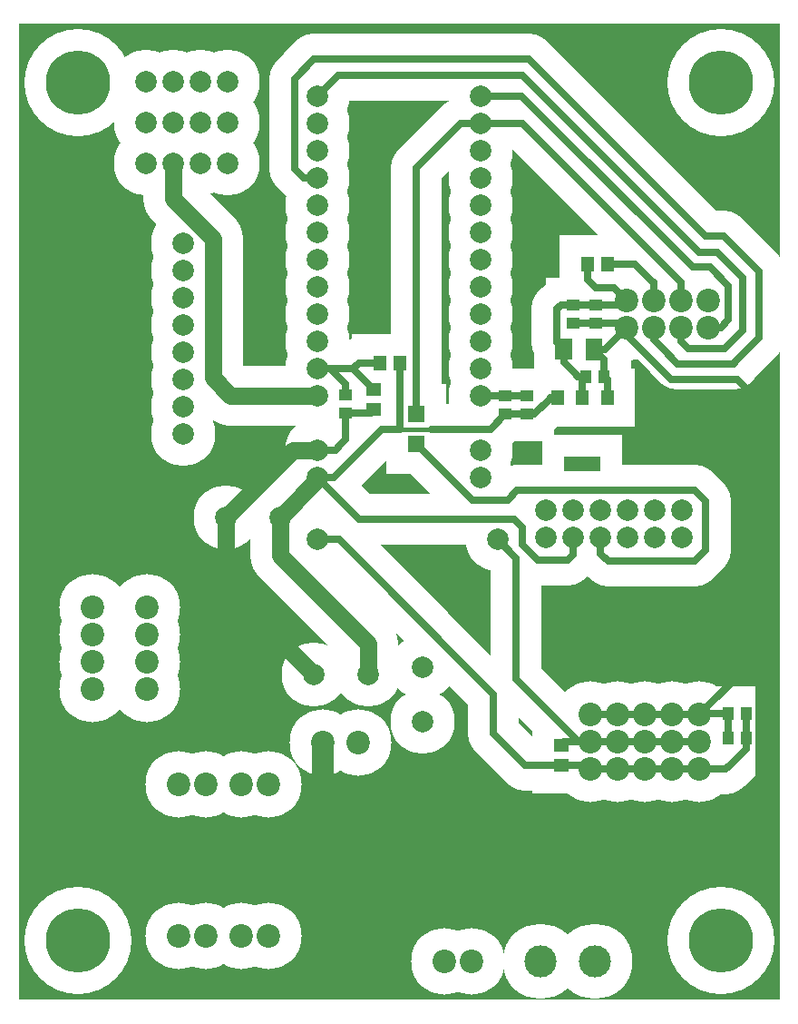
<source format=gbr>
%FSLAX34Y34*%
%MOMM*%
%LNCOPPER_TOP*%
G71*
G01*
%ADD10C, 6.00*%
%ADD11R, 5.20X5.10*%
%ADD12C, 6.20*%
%ADD13C, 6.20*%
%ADD14R, 5.60X6.00*%
%ADD15C, 4.70*%
%ADD16R, 5.20X5.40*%
%ADD17R, 7.50X5.40*%
%ADD18R, 5.10X5.20*%
%ADD19C, 6.00*%
%ADD20C, 7.00*%
%ADD21C, 5.60*%
%ADD22C, 1.60*%
%ADD23C, 10.00*%
%ADD24R, 5.40X5.30*%
%ADD25C, 0.70*%
%ADD26R, 5.60X5.60*%
%ADD27C, 4.40*%
%ADD28R, 5.30X5.40*%
%ADD29C, 2.00*%
%ADD30C, 2.00*%
%ADD31R, 1.20X1.10*%
%ADD32C, 2.20*%
%ADD33C, 2.20*%
%ADD34R, 1.60X2.00*%
%ADD35R, 1.20X1.40*%
%ADD36R, 3.50X1.40*%
%ADD37R, 1.10X1.20*%
%ADD38C, 2.00*%
%ADD39C, 3.00*%
%ADD40C, 6.00*%
%ADD41R, 1.40X1.30*%
%ADD42R, 1.60X1.60*%
%ADD43C, 0.40*%
%ADD44R, 1.30X1.40*%
%LPD*%
G36*
X0Y1000000D02*
X710000Y1000000D01*
X710000Y90000D01*
X0Y90000D01*
X0Y1000000D01*
G37*
%LPC*%
X431200Y932691D02*
G54D10*
D03*
X431200Y907291D02*
G54D10*
D03*
X431200Y881891D02*
G54D10*
D03*
X431200Y856491D02*
G54D10*
D03*
X431200Y831091D02*
G54D10*
D03*
X431200Y805691D02*
G54D10*
D03*
X431200Y780291D02*
G54D10*
D03*
X431200Y754891D02*
G54D10*
D03*
X431200Y729491D02*
G54D10*
D03*
X431200Y704091D02*
G54D10*
D03*
X431200Y678691D02*
G54D10*
D03*
X431200Y653291D02*
G54D10*
D03*
X431200Y602491D02*
G54D10*
D03*
X431200Y577091D02*
G54D10*
D03*
X278800Y932691D02*
G54D10*
D03*
X278800Y907291D02*
G54D10*
D03*
X278800Y881891D02*
G54D10*
D03*
X278800Y856491D02*
G54D10*
D03*
X278800Y831091D02*
G54D10*
D03*
X278800Y805691D02*
G54D10*
D03*
X278800Y780291D02*
G54D10*
D03*
X278800Y754891D02*
G54D10*
D03*
X278800Y729491D02*
G54D10*
D03*
X278800Y704091D02*
G54D10*
D03*
X278800Y678691D02*
G54D10*
D03*
X278800Y653291D02*
G54D10*
D03*
X278800Y602491D02*
G54D10*
D03*
X278800Y577091D02*
G54D10*
D03*
X474200Y653291D02*
G54D11*
D03*
X474200Y636291D02*
G54D11*
D03*
X517700Y738200D02*
G54D11*
D03*
X517700Y721200D02*
G54D11*
D03*
X396700Y125400D02*
G54D12*
D03*
X422100Y125400D02*
G54D12*
D03*
X567000Y742400D02*
G54D13*
D03*
X592400Y742400D02*
G54D13*
D03*
X617800Y742400D02*
G54D13*
D03*
X643200Y742400D02*
G54D13*
D03*
X643200Y717000D02*
G54D13*
D03*
X617800Y717000D02*
G54D13*
D03*
X592400Y717000D02*
G54D13*
D03*
X567000Y717000D02*
G54D13*
D03*
X538700Y738200D02*
G54D11*
D03*
X538700Y721200D02*
G54D11*
D03*
G36*
X480700Y726700D02*
X536700Y726700D01*
X536700Y666700D01*
X480700Y666700D01*
X480700Y726700D01*
G37*
X536700Y696700D02*
G54D14*
D03*
G54D15*
X517700Y721200D02*
X562800Y721200D01*
X567000Y717000D01*
G54D15*
X517700Y738200D02*
X562800Y738200D01*
X567000Y742400D01*
G54D15*
X536700Y696700D02*
X546700Y696700D01*
X567000Y717000D01*
G54D15*
X502000Y710000D02*
X502000Y703400D01*
X508700Y696700D01*
G54D15*
X502000Y710000D02*
X502000Y734000D01*
X506000Y738000D01*
G54D15*
X517700Y738200D02*
X506200Y738200D01*
X506000Y738000D01*
X549200Y651291D02*
G54D16*
D03*
X526200Y651291D02*
G54D16*
D03*
X503200Y651291D02*
G54D16*
D03*
X526200Y589291D02*
G54D17*
D03*
X529200Y671291D02*
G54D18*
D03*
X546200Y671291D02*
G54D18*
D03*
G54D15*
X278800Y577091D02*
X294091Y577091D01*
X319491Y602491D01*
X454200Y653291D02*
G54D11*
D03*
X454200Y636291D02*
G54D11*
D03*
G54D15*
X356000Y622000D02*
X339000Y622000D01*
X319491Y602491D01*
G54D15*
X549200Y651291D02*
X549200Y668291D01*
X546200Y671291D01*
X546200Y687200D01*
X536700Y696700D01*
G54D15*
X526200Y651291D02*
X526200Y668291D01*
X529200Y671291D01*
G54D15*
X508700Y696700D02*
X508700Y684300D01*
X519000Y674000D01*
G54D15*
X529200Y671291D02*
X521709Y671291D01*
X519000Y674000D01*
G54D15*
X431200Y653291D02*
X474200Y653291D01*
G54D15*
X429000Y622000D02*
X439909Y622000D01*
X454200Y636291D01*
X474200Y636291D01*
G54D15*
X474200Y636291D02*
X481291Y636291D01*
X495000Y650000D01*
G54D15*
X503200Y651291D02*
X496291Y651291D01*
X495000Y650000D01*
G54D15*
X431200Y907291D02*
X469709Y907291D01*
X616000Y761000D01*
G54D15*
X617800Y742400D02*
X617800Y759200D01*
X616000Y761000D01*
G54D15*
X643200Y717000D02*
X655000Y717000D01*
X662000Y724000D01*
X662000Y756000D01*
X645000Y773000D01*
X629000Y773000D01*
X477000Y925000D01*
G54D15*
X431200Y932691D02*
X469309Y932691D01*
X477000Y925000D01*
G54D15*
X431000Y952000D02*
X298109Y952000D01*
X278800Y932691D01*
G54D15*
X431000Y952000D02*
X470000Y952000D01*
X635000Y787000D01*
X652000Y787000D01*
X676000Y763000D01*
X676000Y714000D01*
X659000Y697000D01*
X625000Y697000D01*
X618000Y704000D01*
G54D15*
X617800Y717000D02*
X617800Y704200D01*
X618000Y704000D01*
G54D15*
X278800Y856491D02*
X265509Y856491D01*
X257000Y865000D01*
X257000Y949000D01*
X275000Y967000D01*
X476000Y967000D01*
X641000Y802000D01*
X658000Y802000D01*
X691000Y769000D01*
X691000Y707000D01*
X670000Y686000D01*
G54D15*
X650000Y683000D02*
X667000Y683000D01*
X670000Y686000D01*
G54D15*
X650000Y683000D02*
X615000Y683000D01*
X600000Y698000D01*
G54D15*
X592400Y717000D02*
X592400Y705600D01*
X600000Y698000D01*
X148900Y291000D02*
G54D13*
D03*
X174300Y291000D02*
G54D13*
D03*
X207300Y291000D02*
G54D13*
D03*
X232700Y291000D02*
G54D13*
D03*
X316900Y330000D02*
G54D13*
D03*
X283900Y330000D02*
G54D13*
D03*
X148900Y149000D02*
G54D13*
D03*
X174300Y149000D02*
G54D13*
D03*
X207300Y149000D02*
G54D13*
D03*
X232700Y149000D02*
G54D13*
D03*
X275217Y392999D02*
G54D19*
D03*
X326017Y392999D02*
G54D19*
D03*
X376508Y400290D02*
G54D19*
D03*
X376508Y349490D02*
G54D19*
D03*
X487100Y125400D02*
G54D20*
D03*
X537900Y125400D02*
G54D20*
D03*
X118800Y945800D02*
G54D10*
D03*
X144200Y945800D02*
G54D10*
D03*
X169600Y945800D02*
G54D10*
D03*
X195000Y945800D02*
G54D10*
D03*
X195000Y907700D02*
G54D10*
D03*
X169600Y907700D02*
G54D10*
D03*
X144200Y907700D02*
G54D10*
D03*
X118800Y907700D02*
G54D10*
D03*
X118800Y869600D02*
G54D10*
D03*
X144200Y869600D02*
G54D10*
D03*
X169600Y869600D02*
G54D10*
D03*
X195000Y869600D02*
G54D10*
D03*
X153000Y795000D02*
G54D10*
D03*
X153000Y769600D02*
G54D10*
D03*
X153000Y744200D02*
G54D10*
D03*
X153000Y718800D02*
G54D10*
D03*
X153000Y693400D02*
G54D10*
D03*
X153000Y668000D02*
G54D10*
D03*
X153000Y642600D02*
G54D10*
D03*
X153000Y617200D02*
G54D10*
D03*
G54D21*
X243800Y504200D02*
X326017Y421983D01*
X326017Y392999D01*
X193000Y540091D02*
G54D19*
D03*
X243800Y540091D02*
G54D19*
D03*
G54D22*
X193000Y540091D02*
X193000Y475216D01*
X275217Y392999D01*
G54D22*
X278800Y602491D02*
X255400Y602491D01*
X193000Y540091D01*
G54D21*
X278800Y577091D02*
X278800Y575091D01*
X243800Y540091D01*
G54D21*
X243800Y540091D02*
X243800Y504200D01*
X278800Y469200D01*
G54D15*
X326017Y392999D02*
X326017Y421983D01*
X308000Y440000D01*
G54D21*
X144200Y869600D02*
X144200Y836800D01*
X181000Y800000D01*
X181000Y670000D01*
X196000Y655000D01*
G54D21*
X278800Y653291D02*
X197709Y653291D01*
X196000Y655000D01*
X55000Y945000D02*
G54D23*
D03*
X655000Y945000D02*
G54D23*
D03*
X655000Y145000D02*
G54D23*
D03*
G54D21*
X144200Y869600D02*
X144200Y836800D01*
X157000Y824000D01*
X635000Y355600D02*
G54D13*
D03*
X635000Y330200D02*
G54D13*
D03*
X635000Y304800D02*
G54D13*
D03*
X609600Y304800D02*
G54D13*
D03*
X609600Y355600D02*
G54D13*
D03*
X609600Y330200D02*
G54D13*
D03*
X584200Y304800D02*
G54D13*
D03*
X584200Y330200D02*
G54D13*
D03*
X584200Y355600D02*
G54D13*
D03*
X558800Y355600D02*
G54D13*
D03*
X558800Y330200D02*
G54D13*
D03*
X558800Y304800D02*
G54D13*
D03*
X533400Y355600D02*
G54D13*
D03*
X533400Y330200D02*
G54D13*
D03*
X533400Y304800D02*
G54D13*
D03*
G54D15*
X635000Y355600D02*
X533400Y355600D01*
G54D15*
X635000Y330200D02*
X533400Y330200D01*
G54D15*
X533400Y304800D02*
X635000Y304800D01*
X279000Y519000D02*
G54D10*
D03*
X447000Y519000D02*
G54D10*
D03*
G54D15*
X533400Y330200D02*
X522800Y330200D01*
X464000Y389000D01*
G54D15*
X464000Y389000D02*
X464000Y502000D01*
G54D15*
X472500Y308500D02*
X443000Y338000D01*
X443000Y375000D01*
X299000Y519000D01*
X506500Y308500D02*
G54D24*
D03*
X506500Y327500D02*
G54D24*
D03*
G54D15*
X443000Y375000D02*
X443000Y338000D01*
X465000Y316000D01*
G54D15*
X506500Y308500D02*
X472500Y308500D01*
X465000Y316000D01*
G54D15*
X533400Y330200D02*
X509200Y330200D01*
X506500Y327500D01*
X679000Y356600D02*
G54D18*
D03*
X662000Y356600D02*
G54D18*
D03*
X679000Y333600D02*
G54D18*
D03*
X662000Y333600D02*
G54D18*
D03*
G54D15*
X662000Y356600D02*
X636000Y356600D01*
X635000Y355600D01*
G54D15*
X662000Y333600D02*
X662000Y356600D01*
G54D15*
X679000Y356600D02*
X679000Y324000D01*
X663400Y308400D01*
G54D15*
X635000Y304800D02*
X659800Y304800D01*
X663400Y308400D01*
X119550Y455950D02*
G54D13*
D03*
X119550Y430550D02*
G54D13*
D03*
X119550Y405150D02*
G54D13*
D03*
X119550Y379750D02*
G54D13*
D03*
X68750Y379750D02*
G54D13*
D03*
X68750Y405150D02*
G54D13*
D03*
X68750Y430550D02*
G54D13*
D03*
X68750Y455950D02*
G54D13*
D03*
X55000Y145000D02*
G54D23*
D03*
X331200Y659291D02*
G54D24*
D03*
X331200Y640291D02*
G54D24*
D03*
G54D15*
X279000Y519000D02*
X299000Y519000D01*
X443000Y375000D01*
G54D15*
X464000Y442000D02*
X464000Y502000D01*
X447000Y519000D01*
X619200Y546400D02*
G54D10*
D03*
X593800Y546400D02*
G54D10*
D03*
X568400Y546400D02*
G54D10*
D03*
X543000Y546400D02*
G54D10*
D03*
X619200Y521000D02*
G54D10*
D03*
X593800Y521000D02*
G54D10*
D03*
X568400Y521000D02*
G54D10*
D03*
X543000Y521000D02*
G54D10*
D03*
X517600Y521000D02*
G54D10*
D03*
X517600Y546400D02*
G54D10*
D03*
X492200Y521000D02*
G54D10*
D03*
X492200Y546400D02*
G54D10*
D03*
G54D25*
X567000Y717000D02*
X567000Y710000D01*
X609000Y668000D01*
X671000Y668000D01*
X683000Y656000D01*
X683000Y403600D01*
X635000Y355600D01*
G54D15*
X431200Y907291D02*
X412291Y907291D01*
X371000Y866000D01*
X371000Y636000D01*
X371000Y636000D02*
G54D26*
D03*
X371000Y608000D02*
G54D26*
D03*
G54D27*
X352000Y622000D02*
X388000Y622000D01*
G54D15*
X385000Y622000D02*
X439909Y622000D01*
G54D15*
X432000Y556000D02*
X456000Y556000D01*
X465000Y565000D01*
X631000Y565000D01*
X641000Y555000D01*
X641000Y509000D01*
X631000Y499000D01*
X550000Y499000D01*
X544000Y505000D01*
G54D15*
X543000Y521000D02*
X543000Y506000D01*
X544000Y505000D01*
G54D15*
X432000Y556000D02*
X423000Y556000D01*
X371000Y608000D01*
G54D15*
X446000Y538000D02*
X462000Y538000D01*
X470000Y530000D01*
X470000Y514000D01*
X484000Y500000D01*
X512000Y500000D01*
X517000Y505000D01*
G54D15*
X517600Y521000D02*
X517600Y505600D01*
X517000Y505000D01*
G54D15*
X446000Y538000D02*
X317891Y538000D01*
X278800Y577091D01*
X336800Y684000D02*
G54D28*
D03*
X355800Y684000D02*
G54D28*
D03*
X305200Y654291D02*
G54D11*
D03*
X305200Y637291D02*
G54D11*
D03*
G54D15*
X305200Y654291D02*
X305200Y663800D01*
X292000Y677000D01*
G54D15*
X278800Y678691D02*
X290309Y678691D01*
X292000Y677000D01*
G54D15*
X305200Y637291D02*
X305200Y612200D01*
X301000Y608000D01*
G54D15*
X278800Y602491D02*
X295491Y602491D01*
X301000Y608000D01*
G54D15*
X305200Y637291D02*
X328200Y637291D01*
X331200Y640291D01*
G54D15*
X290309Y678691D02*
X311800Y678691D01*
X331200Y659291D01*
G54D15*
X356000Y622000D02*
X356000Y683800D01*
X355800Y684000D01*
G54D15*
X336800Y684000D02*
X317109Y684000D01*
X311800Y678691D01*
G54D29*
X283900Y330000D02*
X283900Y258100D01*
X325000Y217000D01*
X629000Y217000D01*
X698000Y286000D01*
X698000Y415000D01*
X683000Y430000D01*
G54D15*
X506500Y308500D02*
X529700Y308500D01*
X533400Y304800D01*
X530800Y776000D02*
G54D28*
D03*
X549800Y776000D02*
G54D28*
D03*
G54D15*
X530800Y776000D02*
X530800Y761600D01*
X538700Y753700D01*
X555700Y753700D01*
X567000Y742400D01*
G54D15*
X549800Y776000D02*
X575000Y776000D01*
X592000Y759000D01*
G54D15*
X592400Y742400D02*
X592400Y758600D01*
X592000Y759000D01*
%LPD*%
X431200Y932691D02*
G54D30*
D03*
X431200Y907291D02*
G54D30*
D03*
X431200Y881891D02*
G54D30*
D03*
X431200Y856491D02*
G54D30*
D03*
X431200Y831091D02*
G54D30*
D03*
X431200Y805691D02*
G54D30*
D03*
X431200Y780291D02*
G54D30*
D03*
X431200Y754891D02*
G54D30*
D03*
X431200Y729491D02*
G54D30*
D03*
X431200Y704091D02*
G54D30*
D03*
X431200Y678691D02*
G54D30*
D03*
X431200Y653291D02*
G54D30*
D03*
X431200Y602491D02*
G54D30*
D03*
X431200Y577091D02*
G54D30*
D03*
X278800Y932691D02*
G54D30*
D03*
X278800Y907291D02*
G54D30*
D03*
X278800Y881891D02*
G54D30*
D03*
X278800Y856491D02*
G54D30*
D03*
X278800Y831091D02*
G54D30*
D03*
X278800Y805691D02*
G54D30*
D03*
X278800Y780291D02*
G54D30*
D03*
X278800Y754891D02*
G54D30*
D03*
X278800Y729491D02*
G54D30*
D03*
X278800Y704091D02*
G54D30*
D03*
X278800Y678691D02*
G54D30*
D03*
X278800Y653291D02*
G54D30*
D03*
X278800Y602491D02*
G54D30*
D03*
X278800Y577091D02*
G54D30*
D03*
X474200Y653291D02*
G54D31*
D03*
X474200Y636291D02*
G54D31*
D03*
X517700Y738200D02*
G54D31*
D03*
X517700Y721200D02*
G54D31*
D03*
X396700Y125400D02*
G54D32*
D03*
X422100Y125400D02*
G54D32*
D03*
X567000Y742400D02*
G54D33*
D03*
X592400Y742400D02*
G54D33*
D03*
X617800Y742400D02*
G54D33*
D03*
X643200Y742400D02*
G54D33*
D03*
X643200Y717000D02*
G54D33*
D03*
X617800Y717000D02*
G54D33*
D03*
X592400Y717000D02*
G54D33*
D03*
X567000Y717000D02*
G54D33*
D03*
X538700Y738200D02*
G54D31*
D03*
X538700Y721200D02*
G54D31*
D03*
G36*
X500700Y706700D02*
X516700Y706700D01*
X516700Y686700D01*
X500700Y686700D01*
X500700Y706700D01*
G37*
X536700Y696700D02*
G54D34*
D03*
G54D25*
X517700Y721200D02*
X562800Y721200D01*
X567000Y717000D01*
G54D25*
X517700Y738200D02*
X562800Y738200D01*
X567000Y742400D01*
G54D25*
X536700Y696700D02*
X546700Y696700D01*
X567000Y717000D01*
G54D25*
X502000Y710000D02*
X502000Y703400D01*
X508700Y696700D01*
G54D25*
X502000Y710000D02*
X502000Y734000D01*
X506000Y738000D01*
G54D25*
X517700Y738200D02*
X506200Y738200D01*
X506000Y738000D01*
X549200Y651291D02*
G54D35*
D03*
X526200Y651291D02*
G54D35*
D03*
X503200Y651291D02*
G54D35*
D03*
X526200Y589291D02*
G54D36*
D03*
X529200Y671291D02*
G54D37*
D03*
X546200Y671291D02*
G54D37*
D03*
G54D25*
X278800Y577091D02*
X294091Y577091D01*
X319491Y602491D01*
X454200Y653291D02*
G54D31*
D03*
X454200Y636291D02*
G54D31*
D03*
G54D25*
X356000Y622000D02*
X339000Y622000D01*
X319491Y602491D01*
G54D25*
X549200Y651291D02*
X549200Y668291D01*
X546200Y671291D01*
X546200Y687200D01*
X536700Y696700D01*
G54D25*
X526200Y651291D02*
X526200Y668291D01*
X529200Y671291D01*
G54D25*
X508700Y696700D02*
X508700Y684300D01*
X519000Y674000D01*
G54D25*
X529200Y671291D02*
X521709Y671291D01*
X519000Y674000D01*
G54D25*
X431200Y653291D02*
X474200Y653291D01*
G54D25*
X429000Y622000D02*
X439909Y622000D01*
X454200Y636291D01*
X474200Y636291D01*
G54D25*
X474200Y636291D02*
X481291Y636291D01*
X495000Y650000D01*
G54D25*
X503200Y651291D02*
X496291Y651291D01*
X495000Y650000D01*
G54D25*
X431200Y907291D02*
X469709Y907291D01*
X616000Y761000D01*
G54D25*
X617800Y742400D02*
X617800Y759200D01*
X616000Y761000D01*
G54D25*
X643200Y717000D02*
X655000Y717000D01*
X662000Y724000D01*
X662000Y756000D01*
X645000Y773000D01*
X629000Y773000D01*
X477000Y925000D01*
G54D25*
X431200Y932691D02*
X469309Y932691D01*
X477000Y925000D01*
G54D25*
X431000Y952000D02*
X298109Y952000D01*
X278800Y932691D01*
G54D25*
X431000Y952000D02*
X470000Y952000D01*
X635000Y787000D01*
X652000Y787000D01*
X676000Y763000D01*
X676000Y714000D01*
X659000Y697000D01*
X625000Y697000D01*
X618000Y704000D01*
G54D25*
X617800Y717000D02*
X617800Y704200D01*
X618000Y704000D01*
G54D25*
X278800Y856491D02*
X265509Y856491D01*
X257000Y865000D01*
X257000Y949000D01*
X275000Y967000D01*
X476000Y967000D01*
X641000Y802000D01*
X658000Y802000D01*
X691000Y769000D01*
X691000Y707000D01*
X670000Y686000D01*
G54D25*
X650000Y683000D02*
X667000Y683000D01*
X670000Y686000D01*
G54D25*
X650000Y683000D02*
X615000Y683000D01*
X600000Y698000D01*
G54D25*
X592400Y717000D02*
X592400Y705600D01*
X600000Y698000D01*
X148900Y291000D02*
G54D33*
D03*
X174300Y291000D02*
G54D33*
D03*
X207300Y291000D02*
G54D33*
D03*
X232700Y291000D02*
G54D33*
D03*
X316900Y330000D02*
G54D33*
D03*
X283900Y330000D02*
G54D33*
D03*
X148900Y149000D02*
G54D33*
D03*
X174300Y149000D02*
G54D33*
D03*
X207300Y149000D02*
G54D33*
D03*
X232700Y149000D02*
G54D33*
D03*
X275217Y392999D02*
G54D38*
D03*
X326017Y392999D02*
G54D38*
D03*
X376508Y400290D02*
G54D38*
D03*
X376508Y349490D02*
G54D38*
D03*
X487100Y125400D02*
G54D39*
D03*
X537900Y125400D02*
G54D39*
D03*
X118800Y945800D02*
G54D30*
D03*
X144200Y945800D02*
G54D30*
D03*
X169600Y945800D02*
G54D30*
D03*
X195000Y945800D02*
G54D30*
D03*
X195000Y907700D02*
G54D30*
D03*
X169600Y907700D02*
G54D30*
D03*
X144200Y907700D02*
G54D30*
D03*
X118800Y907700D02*
G54D30*
D03*
X118800Y869600D02*
G54D30*
D03*
X144200Y869600D02*
G54D30*
D03*
X169600Y869600D02*
G54D30*
D03*
X195000Y869600D02*
G54D30*
D03*
X153000Y795000D02*
G54D30*
D03*
X153000Y769600D02*
G54D30*
D03*
X153000Y744200D02*
G54D30*
D03*
X153000Y718800D02*
G54D30*
D03*
X153000Y693400D02*
G54D30*
D03*
X153000Y668000D02*
G54D30*
D03*
X153000Y642600D02*
G54D30*
D03*
X153000Y617200D02*
G54D30*
D03*
G54D22*
X243800Y504200D02*
X326017Y421983D01*
X326017Y392999D01*
X193000Y540091D02*
G54D38*
D03*
X243800Y540091D02*
G54D38*
D03*
G54D22*
X193000Y540091D02*
X193000Y475216D01*
X275217Y392999D01*
G54D22*
X278800Y602491D02*
X255400Y602491D01*
X193000Y540091D01*
G54D22*
X278800Y577091D02*
X278800Y575091D01*
X243800Y540091D01*
G54D22*
X243800Y540091D02*
X243800Y504200D01*
X278800Y469200D01*
G54D25*
X326017Y392999D02*
X326017Y421983D01*
X308000Y440000D01*
G54D22*
X144200Y869600D02*
X144200Y836800D01*
X181000Y800000D01*
X181000Y670000D01*
X196000Y655000D01*
G54D22*
X278800Y653291D02*
X197709Y653291D01*
X196000Y655000D01*
X55000Y945000D02*
G54D40*
D03*
X655000Y945000D02*
G54D40*
D03*
X655000Y145000D02*
G54D40*
D03*
G54D22*
X144200Y869600D02*
X144200Y836800D01*
X157000Y824000D01*
X635000Y355600D02*
G54D33*
D03*
X635000Y330200D02*
G54D33*
D03*
X635000Y304800D02*
G54D33*
D03*
X609600Y304800D02*
G54D33*
D03*
X609600Y355600D02*
G54D33*
D03*
X609600Y330200D02*
G54D33*
D03*
X584200Y304800D02*
G54D33*
D03*
X584200Y330200D02*
G54D33*
D03*
X584200Y355600D02*
G54D33*
D03*
X558800Y355600D02*
G54D33*
D03*
X558800Y330200D02*
G54D33*
D03*
X558800Y304800D02*
G54D33*
D03*
X533400Y355600D02*
G54D33*
D03*
X533400Y330200D02*
G54D33*
D03*
X533400Y304800D02*
G54D33*
D03*
G54D25*
X635000Y355600D02*
X533400Y355600D01*
G54D25*
X635000Y330200D02*
X533400Y330200D01*
G54D25*
X533400Y304800D02*
X635000Y304800D01*
X279000Y519000D02*
G54D30*
D03*
X447000Y519000D02*
G54D30*
D03*
G54D25*
X533400Y330200D02*
X522800Y330200D01*
X464000Y389000D01*
G54D25*
X464000Y389000D02*
X464000Y502000D01*
G54D25*
X472500Y308500D02*
X443000Y338000D01*
X443000Y375000D01*
X299000Y519000D01*
X506500Y308500D02*
G54D41*
D03*
X506500Y327500D02*
G54D41*
D03*
G54D25*
X443000Y375000D02*
X443000Y338000D01*
X465000Y316000D01*
G54D25*
X506500Y308500D02*
X472500Y308500D01*
X465000Y316000D01*
G54D25*
X533400Y330200D02*
X509200Y330200D01*
X506500Y327500D01*
X679000Y356600D02*
G54D37*
D03*
X662000Y356600D02*
G54D37*
D03*
X679000Y333600D02*
G54D37*
D03*
X662000Y333600D02*
G54D37*
D03*
G54D25*
X662000Y356600D02*
X636000Y356600D01*
X635000Y355600D01*
G54D25*
X662000Y333600D02*
X662000Y356600D01*
G54D25*
X679000Y356600D02*
X679000Y324000D01*
X663400Y308400D01*
G54D25*
X635000Y304800D02*
X659800Y304800D01*
X663400Y308400D01*
X119550Y455950D02*
G54D33*
D03*
X119550Y430550D02*
G54D33*
D03*
X119550Y405150D02*
G54D33*
D03*
X119550Y379750D02*
G54D33*
D03*
X68750Y379750D02*
G54D33*
D03*
X68750Y405150D02*
G54D33*
D03*
X68750Y430550D02*
G54D33*
D03*
X68750Y455950D02*
G54D33*
D03*
X55000Y145000D02*
G54D40*
D03*
X331200Y659291D02*
G54D41*
D03*
X331200Y640291D02*
G54D41*
D03*
G54D25*
X279000Y519000D02*
X299000Y519000D01*
X443000Y375000D01*
G54D25*
X464000Y442000D02*
X464000Y502000D01*
X447000Y519000D01*
X619200Y546400D02*
G54D30*
D03*
X593800Y546400D02*
G54D30*
D03*
X568400Y546400D02*
G54D30*
D03*
X543000Y546400D02*
G54D30*
D03*
X619200Y521000D02*
G54D30*
D03*
X593800Y521000D02*
G54D30*
D03*
X568400Y521000D02*
G54D30*
D03*
X543000Y521000D02*
G54D30*
D03*
X517600Y521000D02*
G54D30*
D03*
X517600Y546400D02*
G54D30*
D03*
X492200Y521000D02*
G54D30*
D03*
X492200Y546400D02*
G54D30*
D03*
G54D25*
X567000Y717000D02*
X567000Y710000D01*
X609000Y668000D01*
X671000Y668000D01*
X683000Y656000D01*
X683000Y403600D01*
X635000Y355600D01*
G54D25*
X431200Y907291D02*
X412291Y907291D01*
X371000Y866000D01*
X371000Y636000D01*
X371000Y636000D02*
G54D42*
D03*
X371000Y608000D02*
G54D42*
D03*
G54D43*
X352000Y622000D02*
X388000Y622000D01*
G54D25*
X385000Y622000D02*
X439909Y622000D01*
G54D25*
X432000Y556000D02*
X456000Y556000D01*
X465000Y565000D01*
X631000Y565000D01*
X641000Y555000D01*
X641000Y509000D01*
X631000Y499000D01*
X550000Y499000D01*
X544000Y505000D01*
G54D25*
X543000Y521000D02*
X543000Y506000D01*
X544000Y505000D01*
G54D25*
X432000Y556000D02*
X423000Y556000D01*
X371000Y608000D01*
G54D25*
X446000Y538000D02*
X462000Y538000D01*
X470000Y530000D01*
X470000Y514000D01*
X484000Y500000D01*
X512000Y500000D01*
X517000Y505000D01*
G54D25*
X517600Y521000D02*
X517600Y505600D01*
X517000Y505000D01*
G54D25*
X446000Y538000D02*
X317891Y538000D01*
X278800Y577091D01*
X336800Y684000D02*
G54D44*
D03*
X355800Y684000D02*
G54D44*
D03*
X305200Y654291D02*
G54D31*
D03*
X305200Y637291D02*
G54D31*
D03*
G54D25*
X305200Y654291D02*
X305200Y663800D01*
X292000Y677000D01*
G54D25*
X278800Y678691D02*
X290309Y678691D01*
X292000Y677000D01*
G54D25*
X305200Y637291D02*
X305200Y612200D01*
X301000Y608000D01*
G54D25*
X278800Y602491D02*
X295491Y602491D01*
X301000Y608000D01*
G54D25*
X305200Y637291D02*
X328200Y637291D01*
X331200Y640291D01*
G54D25*
X290309Y678691D02*
X311800Y678691D01*
X331200Y659291D01*
G54D25*
X356000Y622000D02*
X356000Y683800D01*
X355800Y684000D01*
G54D25*
X336800Y684000D02*
X317109Y684000D01*
X311800Y678691D01*
G54D29*
X283900Y330000D02*
X283900Y258100D01*
X325000Y217000D01*
X629000Y217000D01*
X698000Y286000D01*
X698000Y415000D01*
X683000Y430000D01*
G54D25*
X506500Y308500D02*
X529700Y308500D01*
X533400Y304800D01*
X530800Y776000D02*
G54D44*
D03*
X549800Y776000D02*
G54D44*
D03*
G54D25*
X530800Y776000D02*
X530800Y761600D01*
X538700Y753700D01*
X555700Y753700D01*
X567000Y742400D01*
G54D25*
X549800Y776000D02*
X575000Y776000D01*
X592000Y759000D01*
G54D25*
X592400Y742400D02*
X592400Y758600D01*
X592000Y759000D01*
M02*

</source>
